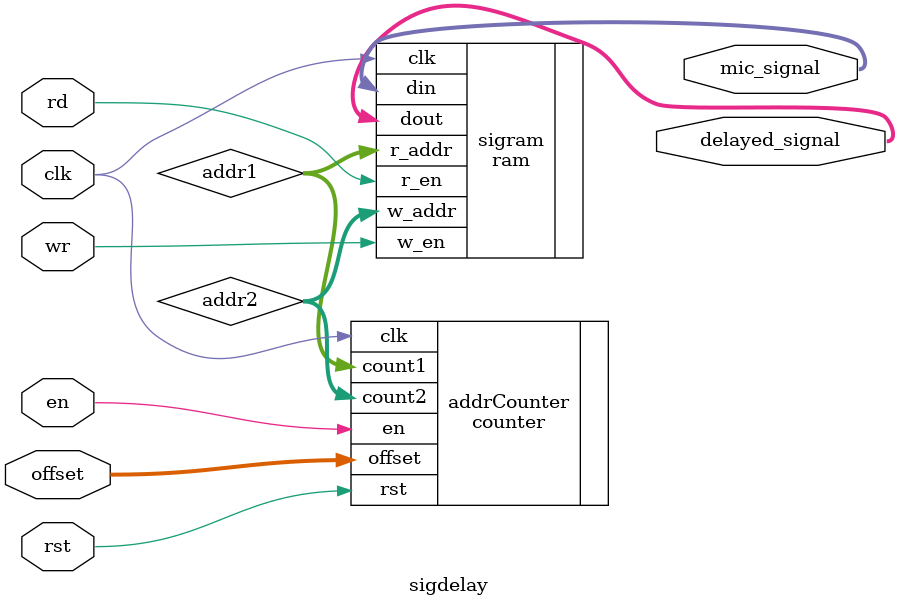
<source format=sv>
module sigdelay #(
    parameter D_WIDTH = 8,
    parameter A_WIDTH = 8
)(
    input logic clk,
    input logic rst,
    input logic wr,
    input logic rd,
    input logic [D_WIDTH-1:0] offset,
    input logic en,
    output logic [D_WIDTH-1:0] mic_signal,
    output logic [D_WIDTH-1:0] delayed_signal
);

// connecting variables
logic [D_WIDTH-1:0] addr1;
logic [D_WIDTH-1:0] addr2;


counter addrCounter (
    .clk (clk),
    .rst(rst),
    .en(en),
    .offset(offset),
    .count1(addr1),
    .count2(addr2)
);

ram sigram(
    .clk(clk),
    .r_en(rd),
    .w_en(wr),
    .r_addr(addr1),
    .w_addr(addr2),
    .din(mic_signal),
    .dout(delayed_signal)
);
endmodule

</source>
